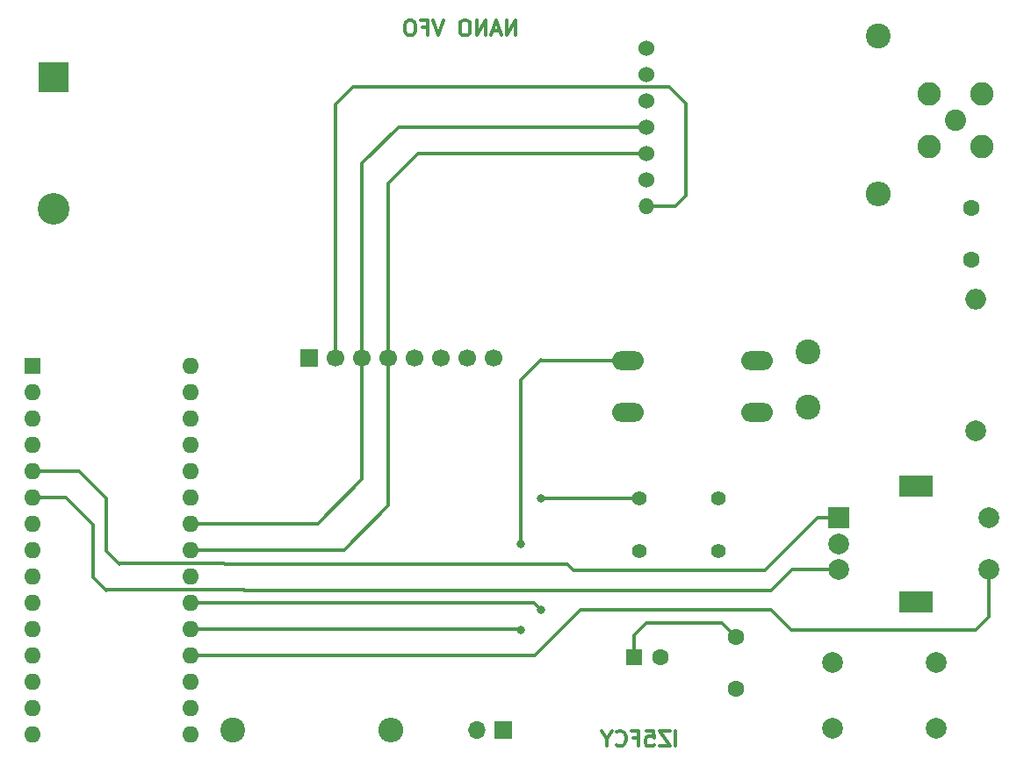
<source format=gbr>
%TF.GenerationSoftware,KiCad,Pcbnew,7.0.7*%
%TF.CreationDate,2023-09-11T10:40:39+02:00*%
%TF.ProjectId,Nano_vfo,4e616e6f-5f76-4666-9f2e-6b696361645f,rev?*%
%TF.SameCoordinates,Original*%
%TF.FileFunction,Copper,L2,Bot*%
%TF.FilePolarity,Positive*%
%FSLAX46Y46*%
G04 Gerber Fmt 4.6, Leading zero omitted, Abs format (unit mm)*
G04 Created by KiCad (PCBNEW 7.0.7) date 2023-09-11 10:40:39*
%MOMM*%
%LPD*%
G01*
G04 APERTURE LIST*
%ADD10C,0.300000*%
%TA.AperFunction,NonConductor*%
%ADD11C,0.300000*%
%TD*%
%TA.AperFunction,ComponentPad*%
%ADD12O,1.524000X1.524000*%
%TD*%
%TA.AperFunction,ComponentPad*%
%ADD13C,1.524000*%
%TD*%
%TA.AperFunction,ComponentPad*%
%ADD14C,2.000000*%
%TD*%
%TA.AperFunction,ComponentPad*%
%ADD15O,2.000000X2.000000*%
%TD*%
%TA.AperFunction,ComponentPad*%
%ADD16C,1.600000*%
%TD*%
%TA.AperFunction,ComponentPad*%
%ADD17R,3.000000X3.000000*%
%TD*%
%TA.AperFunction,ComponentPad*%
%ADD18C,3.048000*%
%TD*%
%TA.AperFunction,ComponentPad*%
%ADD19R,1.700000X1.700000*%
%TD*%
%TA.AperFunction,ComponentPad*%
%ADD20C,1.700000*%
%TD*%
%TA.AperFunction,ComponentPad*%
%ADD21O,1.700000X1.700000*%
%TD*%
%TA.AperFunction,ComponentPad*%
%ADD22C,1.397000*%
%TD*%
%TA.AperFunction,ComponentPad*%
%ADD23R,2.000000X2.000000*%
%TD*%
%TA.AperFunction,ComponentPad*%
%ADD24R,3.200000X2.000000*%
%TD*%
%TA.AperFunction,ComponentPad*%
%ADD25C,2.400000*%
%TD*%
%TA.AperFunction,ComponentPad*%
%ADD26O,2.400000X2.400000*%
%TD*%
%TA.AperFunction,ComponentPad*%
%ADD27O,3.048000X1.850000*%
%TD*%
%TA.AperFunction,ComponentPad*%
%ADD28R,1.600000X1.600000*%
%TD*%
%TA.AperFunction,ComponentPad*%
%ADD29O,1.600000X1.600000*%
%TD*%
%TA.AperFunction,ComponentPad*%
%ADD30C,2.050000*%
%TD*%
%TA.AperFunction,ComponentPad*%
%ADD31C,2.250000*%
%TD*%
%TA.AperFunction,ViaPad*%
%ADD32C,0.800000*%
%TD*%
%TA.AperFunction,Conductor*%
%ADD33C,0.304800*%
%TD*%
G04 APERTURE END LIST*
D10*
D11*
X174705489Y-37900828D02*
X174705489Y-36400828D01*
X174705489Y-36400828D02*
X173848346Y-37900828D01*
X173848346Y-37900828D02*
X173848346Y-36400828D01*
X173205488Y-37472257D02*
X172491203Y-37472257D01*
X173348345Y-37900828D02*
X172848345Y-36400828D01*
X172848345Y-36400828D02*
X172348345Y-37900828D01*
X171848346Y-37900828D02*
X171848346Y-36400828D01*
X171848346Y-36400828D02*
X170991203Y-37900828D01*
X170991203Y-37900828D02*
X170991203Y-36400828D01*
X169991202Y-36400828D02*
X169705488Y-36400828D01*
X169705488Y-36400828D02*
X169562631Y-36472257D01*
X169562631Y-36472257D02*
X169419774Y-36615114D01*
X169419774Y-36615114D02*
X169348345Y-36900828D01*
X169348345Y-36900828D02*
X169348345Y-37400828D01*
X169348345Y-37400828D02*
X169419774Y-37686542D01*
X169419774Y-37686542D02*
X169562631Y-37829400D01*
X169562631Y-37829400D02*
X169705488Y-37900828D01*
X169705488Y-37900828D02*
X169991202Y-37900828D01*
X169991202Y-37900828D02*
X170134060Y-37829400D01*
X170134060Y-37829400D02*
X170276917Y-37686542D01*
X170276917Y-37686542D02*
X170348345Y-37400828D01*
X170348345Y-37400828D02*
X170348345Y-36900828D01*
X170348345Y-36900828D02*
X170276917Y-36615114D01*
X170276917Y-36615114D02*
X170134060Y-36472257D01*
X170134060Y-36472257D02*
X169991202Y-36400828D01*
X167776916Y-36400828D02*
X167276916Y-37900828D01*
X167276916Y-37900828D02*
X166776916Y-36400828D01*
X165776917Y-37115114D02*
X166276917Y-37115114D01*
X166276917Y-37900828D02*
X166276917Y-36400828D01*
X166276917Y-36400828D02*
X165562631Y-36400828D01*
X164705488Y-36400828D02*
X164419774Y-36400828D01*
X164419774Y-36400828D02*
X164276917Y-36472257D01*
X164276917Y-36472257D02*
X164134060Y-36615114D01*
X164134060Y-36615114D02*
X164062631Y-36900828D01*
X164062631Y-36900828D02*
X164062631Y-37400828D01*
X164062631Y-37400828D02*
X164134060Y-37686542D01*
X164134060Y-37686542D02*
X164276917Y-37829400D01*
X164276917Y-37829400D02*
X164419774Y-37900828D01*
X164419774Y-37900828D02*
X164705488Y-37900828D01*
X164705488Y-37900828D02*
X164848346Y-37829400D01*
X164848346Y-37829400D02*
X164991203Y-37686542D01*
X164991203Y-37686542D02*
X165062631Y-37400828D01*
X165062631Y-37400828D02*
X165062631Y-36900828D01*
X165062631Y-36900828D02*
X164991203Y-36615114D01*
X164991203Y-36615114D02*
X164848346Y-36472257D01*
X164848346Y-36472257D02*
X164705488Y-36400828D01*
D10*
D11*
X190154285Y-106480828D02*
X190154285Y-104980828D01*
X189582856Y-104980828D02*
X188582856Y-104980828D01*
X188582856Y-104980828D02*
X189582856Y-106480828D01*
X189582856Y-106480828D02*
X188582856Y-106480828D01*
X187297142Y-104980828D02*
X188011428Y-104980828D01*
X188011428Y-104980828D02*
X188082856Y-105695114D01*
X188082856Y-105695114D02*
X188011428Y-105623685D01*
X188011428Y-105623685D02*
X187868571Y-105552257D01*
X187868571Y-105552257D02*
X187511428Y-105552257D01*
X187511428Y-105552257D02*
X187368571Y-105623685D01*
X187368571Y-105623685D02*
X187297142Y-105695114D01*
X187297142Y-105695114D02*
X187225713Y-105837971D01*
X187225713Y-105837971D02*
X187225713Y-106195114D01*
X187225713Y-106195114D02*
X187297142Y-106337971D01*
X187297142Y-106337971D02*
X187368571Y-106409400D01*
X187368571Y-106409400D02*
X187511428Y-106480828D01*
X187511428Y-106480828D02*
X187868571Y-106480828D01*
X187868571Y-106480828D02*
X188011428Y-106409400D01*
X188011428Y-106409400D02*
X188082856Y-106337971D01*
X186082857Y-105695114D02*
X186582857Y-105695114D01*
X186582857Y-106480828D02*
X186582857Y-104980828D01*
X186582857Y-104980828D02*
X185868571Y-104980828D01*
X184440000Y-106337971D02*
X184511428Y-106409400D01*
X184511428Y-106409400D02*
X184725714Y-106480828D01*
X184725714Y-106480828D02*
X184868571Y-106480828D01*
X184868571Y-106480828D02*
X185082857Y-106409400D01*
X185082857Y-106409400D02*
X185225714Y-106266542D01*
X185225714Y-106266542D02*
X185297143Y-106123685D01*
X185297143Y-106123685D02*
X185368571Y-105837971D01*
X185368571Y-105837971D02*
X185368571Y-105623685D01*
X185368571Y-105623685D02*
X185297143Y-105337971D01*
X185297143Y-105337971D02*
X185225714Y-105195114D01*
X185225714Y-105195114D02*
X185082857Y-105052257D01*
X185082857Y-105052257D02*
X184868571Y-104980828D01*
X184868571Y-104980828D02*
X184725714Y-104980828D01*
X184725714Y-104980828D02*
X184511428Y-105052257D01*
X184511428Y-105052257D02*
X184440000Y-105123685D01*
X183511428Y-105766542D02*
X183511428Y-106480828D01*
X184011428Y-104980828D02*
X183511428Y-105766542D01*
X183511428Y-105766542D02*
X183011428Y-104980828D01*
D12*
%TO.P,U2,1,VCC*%
%TO.N,Net-(U1-+5V)*%
X187325000Y-54356000D03*
D13*
%TO.P,U2,2,GND*%
%TO.N,GND*%
X187325000Y-51816000D03*
%TO.P,U2,3,SDA*%
%TO.N,Net-(U1-A4)*%
X187325000Y-49276000D03*
%TO.P,U2,4,SCL*%
%TO.N,Net-(U1-A5)*%
X187325000Y-46736000D03*
%TO.P,U2,5,CK2*%
%TO.N,unconnected-(U2-CK2-Pad5)*%
X187325000Y-44196000D03*
%TO.P,U2,6,CK1*%
%TO.N,unconnected-(U2-CK1-Pad6)*%
X187325000Y-41656000D03*
%TO.P,U2,7,CK0*%
%TO.N,Net-(U2-CK0)*%
X187325000Y-39116000D03*
%TD*%
D14*
%TO.P,L1,1,1*%
%TO.N,Net-(SW1-B)*%
X219075000Y-76073000D03*
D15*
%TO.P,L1,2,2*%
%TO.N,Net-(U1-VIN)*%
X219075000Y-63373000D03*
%TD*%
D14*
%TO.P,C4,1*%
%TO.N,Net-(U1-D2)*%
X205265000Y-104775000D03*
%TO.P,C4,2*%
%TO.N,GND*%
X215265000Y-104775000D03*
%TD*%
D16*
%TO.P,C19,1*%
%TO.N,Net-(U1-+5V)*%
X195961000Y-95965000D03*
%TO.P,C19,2*%
%TO.N,GND*%
X195961000Y-100965000D03*
%TD*%
D14*
%TO.P,C3,1*%
%TO.N,Net-(U1-D3)*%
X205265000Y-98425000D03*
%TO.P,C3,2*%
%TO.N,GND*%
X215265000Y-98425000D03*
%TD*%
D17*
%TO.P,B1,1,+*%
%TO.N,Net-(B1-+)*%
X130175000Y-41910000D03*
D18*
%TO.P,B1,2,-*%
%TO.N,GND*%
X130175000Y-54610000D03*
%TD*%
D19*
%TO.P,U3,1,GND*%
%TO.N,GND*%
X154855000Y-69028000D03*
D20*
%TO.P,U3,2,VCC*%
%TO.N,Net-(U1-+5V)*%
X157395000Y-69028000D03*
%TO.P,U3,3,SCK*%
%TO.N,Net-(U1-A5)*%
X159935000Y-69028000D03*
%TO.P,U3,4,SDA*%
%TO.N,Net-(U1-A4)*%
X162475000Y-69028000D03*
%TO.P,U3,5*%
%TO.N,N/C*%
X165015000Y-69028000D03*
%TO.P,U3,6*%
X167555000Y-69028000D03*
%TO.P,U3,7*%
X170095000Y-69028000D03*
%TO.P,U3,8*%
X172635000Y-69028000D03*
%TD*%
D19*
%TO.P,X2,1*%
%TO.N,GND*%
X173487000Y-104902000D03*
D21*
%TO.P,X2,2*%
%TO.N,Net-(R2-Pad2)*%
X170947000Y-104902000D03*
%TD*%
D22*
%TO.P,SW2,1,A*%
%TO.N,Net-(SW2-A)*%
X186690000Y-82550000D03*
X194310000Y-82550000D03*
%TO.P,SW2,2,B*%
%TO.N,GND*%
X186690000Y-87630000D03*
X194310000Y-87630000D03*
%TD*%
D23*
%TO.P,SW3,A,A*%
%TO.N,Net-(U1-D2)*%
X205860000Y-84455000D03*
D14*
%TO.P,SW3,B,B*%
%TO.N,Net-(U1-D3)*%
X205860000Y-89455000D03*
%TO.P,SW3,C,C*%
%TO.N,GND*%
X205860000Y-86955000D03*
D24*
%TO.P,SW3,MP*%
%TO.N,N/C*%
X213360000Y-81355000D03*
X213360000Y-92555000D03*
D14*
%TO.P,SW3,S1,S1*%
%TO.N,Net-(U1-A0)*%
X220360000Y-89455000D03*
%TO.P,SW3,S2,S2*%
%TO.N,GND*%
X220360000Y-84455000D03*
%TD*%
D25*
%TO.P,SW1,1,A*%
%TO.N,Net-(B1-+)*%
X202911000Y-68470000D03*
%TO.P,SW1,2,B*%
%TO.N,Net-(SW1-B)*%
X202911000Y-73770000D03*
%TD*%
%TO.P,R1,1*%
%TO.N,Net-(U2-CK0)*%
X209677000Y-37973000D03*
D26*
%TO.P,R1,2*%
%TO.N,Net-(X1-In)*%
X209677000Y-53213000D03*
%TD*%
D27*
%TO.P,S2,1,A*%
%TO.N,Net-(S2-A)*%
X185530000Y-69255000D03*
X198030000Y-69255000D03*
%TO.P,S2,2,B*%
%TO.N,GND*%
X185530000Y-74255000D03*
X198030000Y-74255000D03*
%TD*%
D25*
%TO.P,R2,1*%
%TO.N,Net-(U1-A3)*%
X147415000Y-104898000D03*
D26*
%TO.P,R2,2*%
%TO.N,Net-(R2-Pad2)*%
X162655000Y-104898000D03*
%TD*%
D28*
%TO.P,C2,1*%
%TO.N,Net-(U1-+5V)*%
X186142621Y-97917000D03*
D16*
%TO.P,C2,2*%
%TO.N,GND*%
X188642621Y-97917000D03*
%TD*%
D28*
%TO.P,U1,1,D1/TX*%
%TO.N,unconnected-(U1-D1{slash}TX-Pad1)*%
X128165000Y-69788000D03*
D29*
%TO.P,U1,2,D0/RX*%
%TO.N,unconnected-(U1-D0{slash}RX-Pad2)*%
X128165000Y-72328000D03*
%TO.P,U1,3,~{RESET}*%
%TO.N,unconnected-(U1-~{RESET}-Pad3)*%
X128165000Y-74868000D03*
%TO.P,U1,4,GND*%
%TO.N,GND*%
X128165000Y-77408000D03*
%TO.P,U1,5,D2*%
%TO.N,Net-(U1-D2)*%
X128165000Y-79948000D03*
%TO.P,U1,6,D3*%
%TO.N,Net-(U1-D3)*%
X128165000Y-82488000D03*
%TO.P,U1,7,D4*%
%TO.N,unconnected-(U1-D4-Pad7)*%
X128165000Y-85028000D03*
%TO.P,U1,8,D5*%
%TO.N,unconnected-(U1-D5-Pad8)*%
X128165000Y-87568000D03*
%TO.P,U1,9,D6*%
%TO.N,unconnected-(U1-D6-Pad9)*%
X128165000Y-90108000D03*
%TO.P,U1,10,D7*%
%TO.N,unconnected-(U1-D7-Pad10)*%
X128165000Y-92648000D03*
%TO.P,U1,11,D8*%
%TO.N,unconnected-(U1-D8-Pad11)*%
X128165000Y-95188000D03*
%TO.P,U1,12,D9*%
%TO.N,unconnected-(U1-D9-Pad12)*%
X128165000Y-97728000D03*
%TO.P,U1,13,D10*%
%TO.N,unconnected-(U1-D10-Pad13)*%
X128165000Y-100268000D03*
%TO.P,U1,14,D11*%
%TO.N,unconnected-(U1-D11-Pad14)*%
X128165000Y-102808000D03*
%TO.P,U1,15,D12*%
%TO.N,unconnected-(U1-D12-Pad15)*%
X128165000Y-105348000D03*
%TO.P,U1,16,D13*%
%TO.N,unconnected-(U1-D13-Pad16)*%
X143405000Y-105348000D03*
%TO.P,U1,17,3V3*%
%TO.N,unconnected-(U1-3V3-Pad17)*%
X143405000Y-102808000D03*
%TO.P,U1,18,AREF*%
%TO.N,unconnected-(U1-AREF-Pad18)*%
X143405000Y-100268000D03*
%TO.P,U1,19,A0*%
%TO.N,Net-(U1-A0)*%
X143405000Y-97728000D03*
%TO.P,U1,20,A1*%
%TO.N,Net-(S2-A)*%
X143405000Y-95188000D03*
%TO.P,U1,21,A2*%
%TO.N,Net-(SW2-A)*%
X143405000Y-92648000D03*
%TO.P,U1,22,A3*%
%TO.N,Net-(U1-A3)*%
X143405000Y-90108000D03*
%TO.P,U1,23,A4*%
%TO.N,Net-(U1-A4)*%
X143405000Y-87568000D03*
%TO.P,U1,24,A5*%
%TO.N,Net-(U1-A5)*%
X143405000Y-85028000D03*
%TO.P,U1,25,A6*%
%TO.N,unconnected-(U1-A6-Pad25)*%
X143405000Y-82488000D03*
%TO.P,U1,26,A7*%
%TO.N,unconnected-(U1-A7-Pad26)*%
X143405000Y-79948000D03*
%TO.P,U1,27,+5V*%
%TO.N,Net-(U1-+5V)*%
X143405000Y-77408000D03*
%TO.P,U1,28,~{RESET}*%
%TO.N,unconnected-(U1-~{RESET}-Pad28)*%
X143405000Y-74868000D03*
%TO.P,U1,29,GND*%
%TO.N,GND*%
X143405000Y-72328000D03*
%TO.P,U1,30,VIN*%
%TO.N,Net-(U1-VIN)*%
X143405000Y-69788000D03*
%TD*%
D30*
%TO.P,X1,1,In*%
%TO.N,Net-(X1-In)*%
X217170000Y-46101000D03*
D31*
%TO.P,X1,2,Ext*%
%TO.N,GND*%
X214630000Y-43561000D03*
X214630000Y-48641000D03*
X219710000Y-43561000D03*
X219710000Y-48641000D03*
%TD*%
D16*
%TO.P,C5,1*%
%TO.N,Net-(U1-VIN)*%
X218694000Y-59523000D03*
%TO.P,C5,2*%
%TO.N,GND*%
X218694000Y-54523000D03*
%TD*%
D32*
%TO.N,Net-(SW2-A)*%
X177165000Y-93345000D03*
X177165000Y-82550000D03*
%TO.N,Net-(S2-A)*%
X175260000Y-95250000D03*
X175260000Y-86995000D03*
%TD*%
D33*
%TO.N,Net-(U1-D2)*%
X128165000Y-79948000D02*
X132653000Y-79948000D01*
X180340000Y-89535000D02*
X198755000Y-89535000D01*
X135255000Y-82550000D02*
X135255000Y-87630000D01*
X132653000Y-79948000D02*
X135255000Y-82550000D01*
X136574200Y-88850800D02*
X146635800Y-88850800D01*
X135255000Y-87630000D02*
X136525000Y-88900000D01*
X146635800Y-88850800D02*
X146685000Y-88900000D01*
X136525000Y-88900000D02*
X136574200Y-88850800D01*
X146685000Y-88900000D02*
X179705000Y-88900000D01*
X179705000Y-88900000D02*
X180340000Y-89535000D01*
X198755000Y-89535000D02*
X203835000Y-84455000D01*
X203835000Y-84455000D02*
X205860000Y-84455000D01*
%TO.N,Net-(SW2-A)*%
X186690000Y-82550000D02*
X177165000Y-82550000D01*
X176468000Y-92648000D02*
X177165000Y-93345000D01*
X143405000Y-92648000D02*
X176468000Y-92648000D01*
%TO.N,Net-(S2-A)*%
X175198000Y-95188000D02*
X175260000Y-95250000D01*
X143405000Y-95188000D02*
X175198000Y-95188000D01*
X175260000Y-71120000D02*
X175260000Y-86995000D01*
X177205000Y-69255000D02*
X177165000Y-69215000D01*
X177165000Y-69215000D02*
X175260000Y-71120000D01*
X185530000Y-69255000D02*
X177205000Y-69255000D01*
%TO.N,Net-(U1-A0)*%
X180975000Y-93345000D02*
X176592000Y-97728000D01*
X219075000Y-95250000D02*
X201295000Y-95250000D01*
X199390000Y-93345000D02*
X180975000Y-93345000D01*
X176592000Y-97728000D02*
X143405000Y-97728000D01*
X220360000Y-93965000D02*
X219075000Y-95250000D01*
X220360000Y-89455000D02*
X220360000Y-93965000D01*
X201295000Y-95250000D02*
X199390000Y-93345000D01*
%TO.N,Net-(U1-A5)*%
X159935000Y-80730000D02*
X155637000Y-85028000D01*
X155637000Y-85028000D02*
X143405000Y-85028000D01*
X159935000Y-69028000D02*
X159935000Y-80730000D01*
%TO.N,Net-(U1-A4)*%
X158177000Y-87568000D02*
X143405000Y-87568000D01*
X162475000Y-83270000D02*
X158177000Y-87568000D01*
X162475000Y-69028000D02*
X162475000Y-83270000D01*
%TO.N,Net-(U1-+5V)*%
X157395000Y-44535000D02*
X157395000Y-69028000D01*
X159054800Y-42875200D02*
X157395000Y-44535000D01*
X189560200Y-42875200D02*
X159054800Y-42875200D01*
X191135000Y-53340000D02*
X191135000Y-44450000D01*
X191135000Y-44450000D02*
X189560200Y-42875200D01*
X187325000Y-54356000D02*
X190119000Y-54356000D01*
X190119000Y-54356000D02*
X191135000Y-53340000D01*
%TO.N,Net-(U1-A5)*%
X159935000Y-50250000D02*
X159935000Y-69028000D01*
X163449000Y-46736000D02*
X159935000Y-50250000D01*
X187325000Y-46736000D02*
X163449000Y-46736000D01*
%TO.N,Net-(U1-A4)*%
X162475000Y-52155000D02*
X162475000Y-69028000D01*
X187325000Y-49276000D02*
X165354000Y-49276000D01*
X165354000Y-49276000D02*
X162475000Y-52155000D01*
%TO.N,Net-(U1-D3)*%
X199390000Y-91440000D02*
X201375000Y-89455000D01*
X148540800Y-91390800D02*
X148590000Y-91440000D01*
X201375000Y-89455000D02*
X205860000Y-89455000D01*
X135255000Y-91440000D02*
X135304200Y-91390800D01*
X135304200Y-91390800D02*
X148540800Y-91390800D01*
X133985000Y-90170000D02*
X135255000Y-91440000D01*
X128165000Y-82488000D02*
X131383000Y-82488000D01*
X131383000Y-82488000D02*
X133985000Y-85090000D01*
X133985000Y-85090000D02*
X133985000Y-90170000D01*
X148590000Y-91440000D02*
X199390000Y-91440000D01*
%TO.N,Net-(U1-+5V)*%
X186142621Y-95797379D02*
X186142621Y-97917000D01*
X187325000Y-94615000D02*
X186142621Y-95797379D01*
X194611000Y-94615000D02*
X187325000Y-94615000D01*
X195961000Y-95965000D02*
X194611000Y-94615000D01*
%TD*%
M02*

</source>
